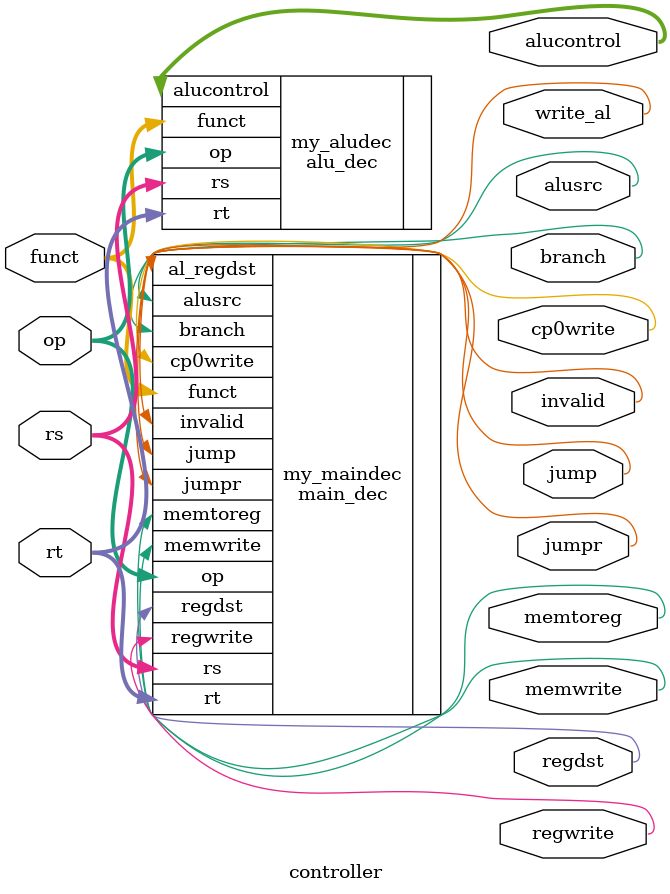
<source format=v>
`timescale 1ns / 1ps

module controller(
	input wire [5:0] op,funct,
	input wire [4:0] rs, // 特权指令用
	input wire [4:0] rt,                // 特殊指令 bltz bltzal等
	output wire memtoreg,memwrite,
    output wire branch,alusrc,
    output wire regdst,regwrite,
	output wire write_al,
	output wire jump,jumpr,
	output wire[7:0] alucontrol,
	output wire invalid, // 保留地址异常
	output wire cp0write // 写入cp0
    );

	// wire[1:0] aluop;

	main_dec my_maindec(.op(op),.funct(funct),.rs(rs),.rt(rt),.regwrite(regwrite),.regdst(regdst),.alusrc(alusrc),.branch(branch),
    			.memwrite(memwrite),.memtoreg(memtoreg),.al_regdst(write_al),.jump(jump),.jumpr(jumpr),.invalid(invalid),.cp0write(cp0write));
	
	alu_dec my_aludec(.funct(funct),.op(op),.rs(rs),.rt(rt),.alucontrol(alucontrol));

endmodule

</source>
